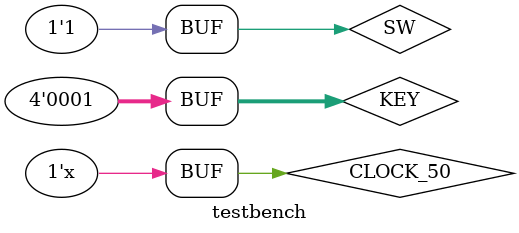
<source format=v>
`timescale 1ns / 1ps

module testbench ( );

	parameter CLOCK_PERIOD = 0.10;

        reg CLOCK_50;
        reg [3:0] KEY;
        reg [0:0] SW;
        wire [9:0] LEDR;
        wire [6:0] HEX0, HEX1, HEX2, HEX3, HEX4, HEX5;


	initial begin
        CLOCK_50 <= 1'b1;
        KEY[0] <= 1'b0;
        KEY[1] <= 1'b0;
        KEY[2] <= 1'b0;
        KEY[3] <= 1'b0;
        SW[0]  <= 1'b0;
	end // initial

	always @ (*)
	begin : Clock_Generator
		#((CLOCK_PERIOD) / 2) CLOCK_50 <= ~CLOCK_50;
	end
	
        
	initial begin
        #8  KEY[0] <= 1'b1; SW[0] <= 1'b1;
        
        #40 KEY[1] <= 1;
        #6  KEY[1] <= 0;

        #10 KEY[3] <= 1;
        #6  KEY[3] <= 0;

        #10 KEY[3] <= 1;
        #6  KEY[3] <= 0;

        #20 KEY[1] <= 1;
        #6  KEY[1] <= 0;

        #10 KEY[3] <= 1;
        #6  KEY[3] <= 0;

        #10 KEY[3] <= 1;
        #6  KEY[3] <= 0;

        #20 KEY[2] <= 1;
        #6  KEY[2] <= 0;

        #20 KEY[1] <= 1;
        #6  KEY[1] <= 0;

        #10 KEY[3] <= 1;
        #6  KEY[3] <= 0;

        #10 KEY[2] <= 1;
        #6  KEY[2] <= 0;

        #10 KEY[3] <= 1;
        #6  KEY[3] <= 0;

        #20 KEY[1] <= 1;
        #6  KEY[1] <= 0;

        #10 KEY[3] <= 1;
        #6  KEY[3] <= 0;

        #20 KEY[2] <= 1;
        #6  KEY[2] <= 0;

	end // initial

	main U1 (CLOCK_50, KEY, LEDR, SW,           // De1 Soc stuff
                HEX0, HEX1, HEX2, HEX3, HEX4, HEX5);

endmodule

</source>
